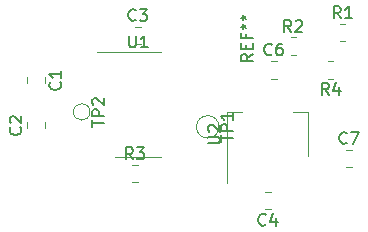
<source format=gbr>
%TF.GenerationSoftware,KiCad,Pcbnew,7.0.5*%
%TF.CreationDate,2024-02-11T15:40:35+01:00*%
%TF.ProjectId,exbike-usb-hw,65786269-6b65-42d7-9573-622d68772e6b,rev?*%
%TF.SameCoordinates,Original*%
%TF.FileFunction,Legend,Top*%
%TF.FilePolarity,Positive*%
%FSLAX46Y46*%
G04 Gerber Fmt 4.6, Leading zero omitted, Abs format (unit mm)*
G04 Created by KiCad (PCBNEW 7.0.5) date 2024-02-11 15:40:35*
%MOMM*%
%LPD*%
G01*
G04 APERTURE LIST*
%ADD10C,0.150000*%
%ADD11C,0.120000*%
G04 APERTURE END LIST*
D10*
%TO.C,REF\u002A\u002A*%
X35681819Y15176666D02*
X35205628Y14843333D01*
X35681819Y14605238D02*
X34681819Y14605238D01*
X34681819Y14605238D02*
X34681819Y14986190D01*
X34681819Y14986190D02*
X34729438Y15081428D01*
X34729438Y15081428D02*
X34777057Y15129047D01*
X34777057Y15129047D02*
X34872295Y15176666D01*
X34872295Y15176666D02*
X35015152Y15176666D01*
X35015152Y15176666D02*
X35110390Y15129047D01*
X35110390Y15129047D02*
X35158009Y15081428D01*
X35158009Y15081428D02*
X35205628Y14986190D01*
X35205628Y14986190D02*
X35205628Y14605238D01*
X35158009Y15605238D02*
X35158009Y15938571D01*
X35681819Y16081428D02*
X35681819Y15605238D01*
X35681819Y15605238D02*
X34681819Y15605238D01*
X34681819Y15605238D02*
X34681819Y16081428D01*
X35158009Y16843333D02*
X35158009Y16510000D01*
X35681819Y16510000D02*
X34681819Y16510000D01*
X34681819Y16510000D02*
X34681819Y16986190D01*
X34681819Y17510000D02*
X34919914Y17510000D01*
X34824676Y17271905D02*
X34919914Y17510000D01*
X34919914Y17510000D02*
X34824676Y17748095D01*
X35110390Y17367143D02*
X34919914Y17510000D01*
X34919914Y17510000D02*
X35110390Y17652857D01*
X34681819Y18271905D02*
X34919914Y18271905D01*
X34824676Y18033810D02*
X34919914Y18271905D01*
X34919914Y18271905D02*
X34824676Y18510000D01*
X35110390Y18129048D02*
X34919914Y18271905D01*
X34919914Y18271905D02*
X35110390Y18414762D01*
%TO.C,R3*%
X25550833Y6275180D02*
X25217500Y6751371D01*
X24979405Y6275180D02*
X24979405Y7275180D01*
X24979405Y7275180D02*
X25360357Y7275180D01*
X25360357Y7275180D02*
X25455595Y7227561D01*
X25455595Y7227561D02*
X25503214Y7179942D01*
X25503214Y7179942D02*
X25550833Y7084704D01*
X25550833Y7084704D02*
X25550833Y6941847D01*
X25550833Y6941847D02*
X25503214Y6846609D01*
X25503214Y6846609D02*
X25455595Y6798990D01*
X25455595Y6798990D02*
X25360357Y6751371D01*
X25360357Y6751371D02*
X24979405Y6751371D01*
X25884167Y7275180D02*
X26503214Y7275180D01*
X26503214Y7275180D02*
X26169881Y6894228D01*
X26169881Y6894228D02*
X26312738Y6894228D01*
X26312738Y6894228D02*
X26407976Y6846609D01*
X26407976Y6846609D02*
X26455595Y6798990D01*
X26455595Y6798990D02*
X26503214Y6703752D01*
X26503214Y6703752D02*
X26503214Y6465657D01*
X26503214Y6465657D02*
X26455595Y6370419D01*
X26455595Y6370419D02*
X26407976Y6322800D01*
X26407976Y6322800D02*
X26312738Y6275180D01*
X26312738Y6275180D02*
X26027024Y6275180D01*
X26027024Y6275180D02*
X25931786Y6322800D01*
X25931786Y6322800D02*
X25884167Y6370419D01*
%TO.C,C7*%
X43648333Y7670419D02*
X43600714Y7622800D01*
X43600714Y7622800D02*
X43457857Y7575180D01*
X43457857Y7575180D02*
X43362619Y7575180D01*
X43362619Y7575180D02*
X43219762Y7622800D01*
X43219762Y7622800D02*
X43124524Y7718038D01*
X43124524Y7718038D02*
X43076905Y7813276D01*
X43076905Y7813276D02*
X43029286Y8003752D01*
X43029286Y8003752D02*
X43029286Y8146609D01*
X43029286Y8146609D02*
X43076905Y8337085D01*
X43076905Y8337085D02*
X43124524Y8432323D01*
X43124524Y8432323D02*
X43219762Y8527561D01*
X43219762Y8527561D02*
X43362619Y8575180D01*
X43362619Y8575180D02*
X43457857Y8575180D01*
X43457857Y8575180D02*
X43600714Y8527561D01*
X43600714Y8527561D02*
X43648333Y8479942D01*
X43981667Y8575180D02*
X44648333Y8575180D01*
X44648333Y8575180D02*
X44219762Y7575180D01*
%TO.C,U2*%
X31911819Y7620095D02*
X32721342Y7620095D01*
X32721342Y7620095D02*
X32816580Y7667714D01*
X32816580Y7667714D02*
X32864200Y7715333D01*
X32864200Y7715333D02*
X32911819Y7810571D01*
X32911819Y7810571D02*
X32911819Y8001047D01*
X32911819Y8001047D02*
X32864200Y8096285D01*
X32864200Y8096285D02*
X32816580Y8143904D01*
X32816580Y8143904D02*
X32721342Y8191523D01*
X32721342Y8191523D02*
X31911819Y8191523D01*
X32007057Y8620095D02*
X31959438Y8667714D01*
X31959438Y8667714D02*
X31911819Y8762952D01*
X31911819Y8762952D02*
X31911819Y9001047D01*
X31911819Y9001047D02*
X31959438Y9096285D01*
X31959438Y9096285D02*
X32007057Y9143904D01*
X32007057Y9143904D02*
X32102295Y9191523D01*
X32102295Y9191523D02*
X32197533Y9191523D01*
X32197533Y9191523D02*
X32340390Y9143904D01*
X32340390Y9143904D02*
X32911819Y8572476D01*
X32911819Y8572476D02*
X32911819Y9191523D01*
%TO.C,C1*%
X19375080Y12787333D02*
X19422700Y12739714D01*
X19422700Y12739714D02*
X19470319Y12596857D01*
X19470319Y12596857D02*
X19470319Y12501619D01*
X19470319Y12501619D02*
X19422700Y12358762D01*
X19422700Y12358762D02*
X19327461Y12263524D01*
X19327461Y12263524D02*
X19232223Y12215905D01*
X19232223Y12215905D02*
X19041747Y12168286D01*
X19041747Y12168286D02*
X18898890Y12168286D01*
X18898890Y12168286D02*
X18708414Y12215905D01*
X18708414Y12215905D02*
X18613176Y12263524D01*
X18613176Y12263524D02*
X18517938Y12358762D01*
X18517938Y12358762D02*
X18470319Y12501619D01*
X18470319Y12501619D02*
X18470319Y12596857D01*
X18470319Y12596857D02*
X18517938Y12739714D01*
X18517938Y12739714D02*
X18565557Y12787333D01*
X19470319Y13739714D02*
X19470319Y13168286D01*
X19470319Y13454000D02*
X18470319Y13454000D01*
X18470319Y13454000D02*
X18613176Y13358762D01*
X18613176Y13358762D02*
X18708414Y13263524D01*
X18708414Y13263524D02*
X18756033Y13168286D01*
%TO.C,R4*%
X42124333Y11738180D02*
X41791000Y12214371D01*
X41552905Y11738180D02*
X41552905Y12738180D01*
X41552905Y12738180D02*
X41933857Y12738180D01*
X41933857Y12738180D02*
X42029095Y12690561D01*
X42029095Y12690561D02*
X42076714Y12642942D01*
X42076714Y12642942D02*
X42124333Y12547704D01*
X42124333Y12547704D02*
X42124333Y12404847D01*
X42124333Y12404847D02*
X42076714Y12309609D01*
X42076714Y12309609D02*
X42029095Y12261990D01*
X42029095Y12261990D02*
X41933857Y12214371D01*
X41933857Y12214371D02*
X41552905Y12214371D01*
X42981476Y12404847D02*
X42981476Y11738180D01*
X42743381Y12785800D02*
X42505286Y12071514D01*
X42505286Y12071514D02*
X43124333Y12071514D01*
%TO.C,C4*%
X36790333Y754419D02*
X36742714Y706800D01*
X36742714Y706800D02*
X36599857Y659180D01*
X36599857Y659180D02*
X36504619Y659180D01*
X36504619Y659180D02*
X36361762Y706800D01*
X36361762Y706800D02*
X36266524Y802038D01*
X36266524Y802038D02*
X36218905Y897276D01*
X36218905Y897276D02*
X36171286Y1087752D01*
X36171286Y1087752D02*
X36171286Y1230609D01*
X36171286Y1230609D02*
X36218905Y1421085D01*
X36218905Y1421085D02*
X36266524Y1516323D01*
X36266524Y1516323D02*
X36361762Y1611561D01*
X36361762Y1611561D02*
X36504619Y1659180D01*
X36504619Y1659180D02*
X36599857Y1659180D01*
X36599857Y1659180D02*
X36742714Y1611561D01*
X36742714Y1611561D02*
X36790333Y1563942D01*
X37647476Y1325847D02*
X37647476Y659180D01*
X37409381Y1706800D02*
X37171286Y992514D01*
X37171286Y992514D02*
X37790333Y992514D01*
%TO.C,R2*%
X38949333Y17070180D02*
X38616000Y17546371D01*
X38377905Y17070180D02*
X38377905Y18070180D01*
X38377905Y18070180D02*
X38758857Y18070180D01*
X38758857Y18070180D02*
X38854095Y18022561D01*
X38854095Y18022561D02*
X38901714Y17974942D01*
X38901714Y17974942D02*
X38949333Y17879704D01*
X38949333Y17879704D02*
X38949333Y17736847D01*
X38949333Y17736847D02*
X38901714Y17641609D01*
X38901714Y17641609D02*
X38854095Y17593990D01*
X38854095Y17593990D02*
X38758857Y17546371D01*
X38758857Y17546371D02*
X38377905Y17546371D01*
X39330286Y17974942D02*
X39377905Y18022561D01*
X39377905Y18022561D02*
X39473143Y18070180D01*
X39473143Y18070180D02*
X39711238Y18070180D01*
X39711238Y18070180D02*
X39806476Y18022561D01*
X39806476Y18022561D02*
X39854095Y17974942D01*
X39854095Y17974942D02*
X39901714Y17879704D01*
X39901714Y17879704D02*
X39901714Y17784466D01*
X39901714Y17784466D02*
X39854095Y17641609D01*
X39854095Y17641609D02*
X39282667Y17070180D01*
X39282667Y17070180D02*
X39901714Y17070180D01*
%TO.C,C6*%
X37298333Y15163419D02*
X37250714Y15115800D01*
X37250714Y15115800D02*
X37107857Y15068180D01*
X37107857Y15068180D02*
X37012619Y15068180D01*
X37012619Y15068180D02*
X36869762Y15115800D01*
X36869762Y15115800D02*
X36774524Y15211038D01*
X36774524Y15211038D02*
X36726905Y15306276D01*
X36726905Y15306276D02*
X36679286Y15496752D01*
X36679286Y15496752D02*
X36679286Y15639609D01*
X36679286Y15639609D02*
X36726905Y15830085D01*
X36726905Y15830085D02*
X36774524Y15925323D01*
X36774524Y15925323D02*
X36869762Y16020561D01*
X36869762Y16020561D02*
X37012619Y16068180D01*
X37012619Y16068180D02*
X37107857Y16068180D01*
X37107857Y16068180D02*
X37250714Y16020561D01*
X37250714Y16020561D02*
X37298333Y15972942D01*
X38155476Y16068180D02*
X37965000Y16068180D01*
X37965000Y16068180D02*
X37869762Y16020561D01*
X37869762Y16020561D02*
X37822143Y15972942D01*
X37822143Y15972942D02*
X37726905Y15830085D01*
X37726905Y15830085D02*
X37679286Y15639609D01*
X37679286Y15639609D02*
X37679286Y15258657D01*
X37679286Y15258657D02*
X37726905Y15163419D01*
X37726905Y15163419D02*
X37774524Y15115800D01*
X37774524Y15115800D02*
X37869762Y15068180D01*
X37869762Y15068180D02*
X38060238Y15068180D01*
X38060238Y15068180D02*
X38155476Y15115800D01*
X38155476Y15115800D02*
X38203095Y15163419D01*
X38203095Y15163419D02*
X38250714Y15258657D01*
X38250714Y15258657D02*
X38250714Y15496752D01*
X38250714Y15496752D02*
X38203095Y15591990D01*
X38203095Y15591990D02*
X38155476Y15639609D01*
X38155476Y15639609D02*
X38060238Y15687228D01*
X38060238Y15687228D02*
X37869762Y15687228D01*
X37869762Y15687228D02*
X37774524Y15639609D01*
X37774524Y15639609D02*
X37726905Y15591990D01*
X37726905Y15591990D02*
X37679286Y15496752D01*
%TO.C,C3*%
X25783333Y18084419D02*
X25735714Y18036800D01*
X25735714Y18036800D02*
X25592857Y17989180D01*
X25592857Y17989180D02*
X25497619Y17989180D01*
X25497619Y17989180D02*
X25354762Y18036800D01*
X25354762Y18036800D02*
X25259524Y18132038D01*
X25259524Y18132038D02*
X25211905Y18227276D01*
X25211905Y18227276D02*
X25164286Y18417752D01*
X25164286Y18417752D02*
X25164286Y18560609D01*
X25164286Y18560609D02*
X25211905Y18751085D01*
X25211905Y18751085D02*
X25259524Y18846323D01*
X25259524Y18846323D02*
X25354762Y18941561D01*
X25354762Y18941561D02*
X25497619Y18989180D01*
X25497619Y18989180D02*
X25592857Y18989180D01*
X25592857Y18989180D02*
X25735714Y18941561D01*
X25735714Y18941561D02*
X25783333Y18893942D01*
X26116667Y18989180D02*
X26735714Y18989180D01*
X26735714Y18989180D02*
X26402381Y18608228D01*
X26402381Y18608228D02*
X26545238Y18608228D01*
X26545238Y18608228D02*
X26640476Y18560609D01*
X26640476Y18560609D02*
X26688095Y18512990D01*
X26688095Y18512990D02*
X26735714Y18417752D01*
X26735714Y18417752D02*
X26735714Y18179657D01*
X26735714Y18179657D02*
X26688095Y18084419D01*
X26688095Y18084419D02*
X26640476Y18036800D01*
X26640476Y18036800D02*
X26545238Y17989180D01*
X26545238Y17989180D02*
X26259524Y17989180D01*
X26259524Y17989180D02*
X26164286Y18036800D01*
X26164286Y18036800D02*
X26116667Y18084419D01*
%TO.C,TP2*%
X22111819Y9025095D02*
X22111819Y9596523D01*
X23111819Y9310809D02*
X22111819Y9310809D01*
X23111819Y9929857D02*
X22111819Y9929857D01*
X22111819Y9929857D02*
X22111819Y10310809D01*
X22111819Y10310809D02*
X22159438Y10406047D01*
X22159438Y10406047D02*
X22207057Y10453666D01*
X22207057Y10453666D02*
X22302295Y10501285D01*
X22302295Y10501285D02*
X22445152Y10501285D01*
X22445152Y10501285D02*
X22540390Y10453666D01*
X22540390Y10453666D02*
X22588009Y10406047D01*
X22588009Y10406047D02*
X22635628Y10310809D01*
X22635628Y10310809D02*
X22635628Y9929857D01*
X22207057Y10882238D02*
X22159438Y10929857D01*
X22159438Y10929857D02*
X22111819Y11025095D01*
X22111819Y11025095D02*
X22111819Y11263190D01*
X22111819Y11263190D02*
X22159438Y11358428D01*
X22159438Y11358428D02*
X22207057Y11406047D01*
X22207057Y11406047D02*
X22302295Y11453666D01*
X22302295Y11453666D02*
X22397533Y11453666D01*
X22397533Y11453666D02*
X22540390Y11406047D01*
X22540390Y11406047D02*
X23111819Y10834619D01*
X23111819Y10834619D02*
X23111819Y11453666D01*
%TO.C,U1*%
X25209595Y16747180D02*
X25209595Y15937657D01*
X25209595Y15937657D02*
X25257214Y15842419D01*
X25257214Y15842419D02*
X25304833Y15794800D01*
X25304833Y15794800D02*
X25400071Y15747180D01*
X25400071Y15747180D02*
X25590547Y15747180D01*
X25590547Y15747180D02*
X25685785Y15794800D01*
X25685785Y15794800D02*
X25733404Y15842419D01*
X25733404Y15842419D02*
X25781023Y15937657D01*
X25781023Y15937657D02*
X25781023Y16747180D01*
X26781023Y15747180D02*
X26209595Y15747180D01*
X26495309Y15747180D02*
X26495309Y16747180D01*
X26495309Y16747180D02*
X26400071Y16604323D01*
X26400071Y16604323D02*
X26304833Y16509085D01*
X26304833Y16509085D02*
X26209595Y16461466D01*
%TO.C,R1*%
X43140333Y18213180D02*
X42807000Y18689371D01*
X42568905Y18213180D02*
X42568905Y19213180D01*
X42568905Y19213180D02*
X42949857Y19213180D01*
X42949857Y19213180D02*
X43045095Y19165561D01*
X43045095Y19165561D02*
X43092714Y19117942D01*
X43092714Y19117942D02*
X43140333Y19022704D01*
X43140333Y19022704D02*
X43140333Y18879847D01*
X43140333Y18879847D02*
X43092714Y18784609D01*
X43092714Y18784609D02*
X43045095Y18736990D01*
X43045095Y18736990D02*
X42949857Y18689371D01*
X42949857Y18689371D02*
X42568905Y18689371D01*
X44092714Y18213180D02*
X43521286Y18213180D01*
X43807000Y18213180D02*
X43807000Y19213180D01*
X43807000Y19213180D02*
X43711762Y19070323D01*
X43711762Y19070323D02*
X43616524Y18975085D01*
X43616524Y18975085D02*
X43521286Y18927466D01*
%TO.C,C2*%
X16015080Y8977333D02*
X16062700Y8929714D01*
X16062700Y8929714D02*
X16110319Y8786857D01*
X16110319Y8786857D02*
X16110319Y8691619D01*
X16110319Y8691619D02*
X16062700Y8548762D01*
X16062700Y8548762D02*
X15967461Y8453524D01*
X15967461Y8453524D02*
X15872223Y8405905D01*
X15872223Y8405905D02*
X15681747Y8358286D01*
X15681747Y8358286D02*
X15538890Y8358286D01*
X15538890Y8358286D02*
X15348414Y8405905D01*
X15348414Y8405905D02*
X15253176Y8453524D01*
X15253176Y8453524D02*
X15157938Y8548762D01*
X15157938Y8548762D02*
X15110319Y8691619D01*
X15110319Y8691619D02*
X15110319Y8786857D01*
X15110319Y8786857D02*
X15157938Y8929714D01*
X15157938Y8929714D02*
X15205557Y8977333D01*
X15205557Y9358286D02*
X15157938Y9405905D01*
X15157938Y9405905D02*
X15110319Y9501143D01*
X15110319Y9501143D02*
X15110319Y9739238D01*
X15110319Y9739238D02*
X15157938Y9834476D01*
X15157938Y9834476D02*
X15205557Y9882095D01*
X15205557Y9882095D02*
X15300795Y9929714D01*
X15300795Y9929714D02*
X15396033Y9929714D01*
X15396033Y9929714D02*
X15538890Y9882095D01*
X15538890Y9882095D02*
X16110319Y9310667D01*
X16110319Y9310667D02*
X16110319Y9929714D01*
%TO.C,TP1*%
X32979819Y7755095D02*
X32979819Y8326523D01*
X33979819Y8040809D02*
X32979819Y8040809D01*
X33979819Y8659857D02*
X32979819Y8659857D01*
X32979819Y8659857D02*
X32979819Y9040809D01*
X32979819Y9040809D02*
X33027438Y9136047D01*
X33027438Y9136047D02*
X33075057Y9183666D01*
X33075057Y9183666D02*
X33170295Y9231285D01*
X33170295Y9231285D02*
X33313152Y9231285D01*
X33313152Y9231285D02*
X33408390Y9183666D01*
X33408390Y9183666D02*
X33456009Y9136047D01*
X33456009Y9136047D02*
X33503628Y9040809D01*
X33503628Y9040809D02*
X33503628Y8659857D01*
X33979819Y10183666D02*
X33979819Y9612238D01*
X33979819Y9897952D02*
X32979819Y9897952D01*
X32979819Y9897952D02*
X33122676Y9802714D01*
X33122676Y9802714D02*
X33217914Y9707476D01*
X33217914Y9707476D02*
X33265533Y9612238D01*
D11*
%TO.C,R3*%
X25490436Y5815000D02*
X25944564Y5815000D01*
X25490436Y4345000D02*
X25944564Y4345000D01*
%TO.C,C7*%
X43553748Y7085000D02*
X44076252Y7085000D01*
X43553748Y5615000D02*
X44076252Y5615000D01*
%TO.C,U2*%
X33547000Y4282000D02*
X33547000Y10292000D01*
X40367000Y6532000D02*
X40367000Y10292000D01*
X33547000Y10292000D02*
X34807000Y10292000D01*
X40367000Y10292000D02*
X39107000Y10292000D01*
%TO.C,C1*%
X18070500Y13215252D02*
X18070500Y12692748D01*
X16600500Y13215252D02*
X16600500Y12692748D01*
%TO.C,R4*%
X42518064Y13108000D02*
X42063936Y13108000D01*
X42518064Y14578000D02*
X42063936Y14578000D01*
%TO.C,C4*%
X37218252Y2059000D02*
X36695748Y2059000D01*
X37218252Y3529000D02*
X36695748Y3529000D01*
%TO.C,R2*%
X38888936Y16610000D02*
X39343064Y16610000D01*
X38888936Y15140000D02*
X39343064Y15140000D01*
%TO.C,C6*%
X37203748Y14578000D02*
X37726252Y14578000D01*
X37203748Y13108000D02*
X37726252Y13108000D01*
%TO.C,C3*%
X25688748Y17499000D02*
X26211252Y17499000D01*
X25688748Y16029000D02*
X26211252Y16029000D01*
%TO.C,TP2*%
X21909000Y10287000D02*
G75*
G03*
X21909000Y10287000I-700000J0D01*
G01*
%TO.C,U1*%
X25971500Y15357000D02*
X22521500Y15357000D01*
X25971500Y15357000D02*
X27921500Y15357000D01*
X25971500Y6487000D02*
X24021500Y6487000D01*
X25971500Y6487000D02*
X27921500Y6487000D01*
%TO.C,R1*%
X43079936Y17753000D02*
X43534064Y17753000D01*
X43079936Y16283000D02*
X43534064Y16283000D01*
%TO.C,C2*%
X16600500Y8882748D02*
X16600500Y9405252D01*
X18070500Y8882748D02*
X18070500Y9405252D01*
%TO.C,TP1*%
X32827000Y9017000D02*
G75*
G03*
X32827000Y9017000I-950000J0D01*
G01*
%TD*%
M02*

</source>
